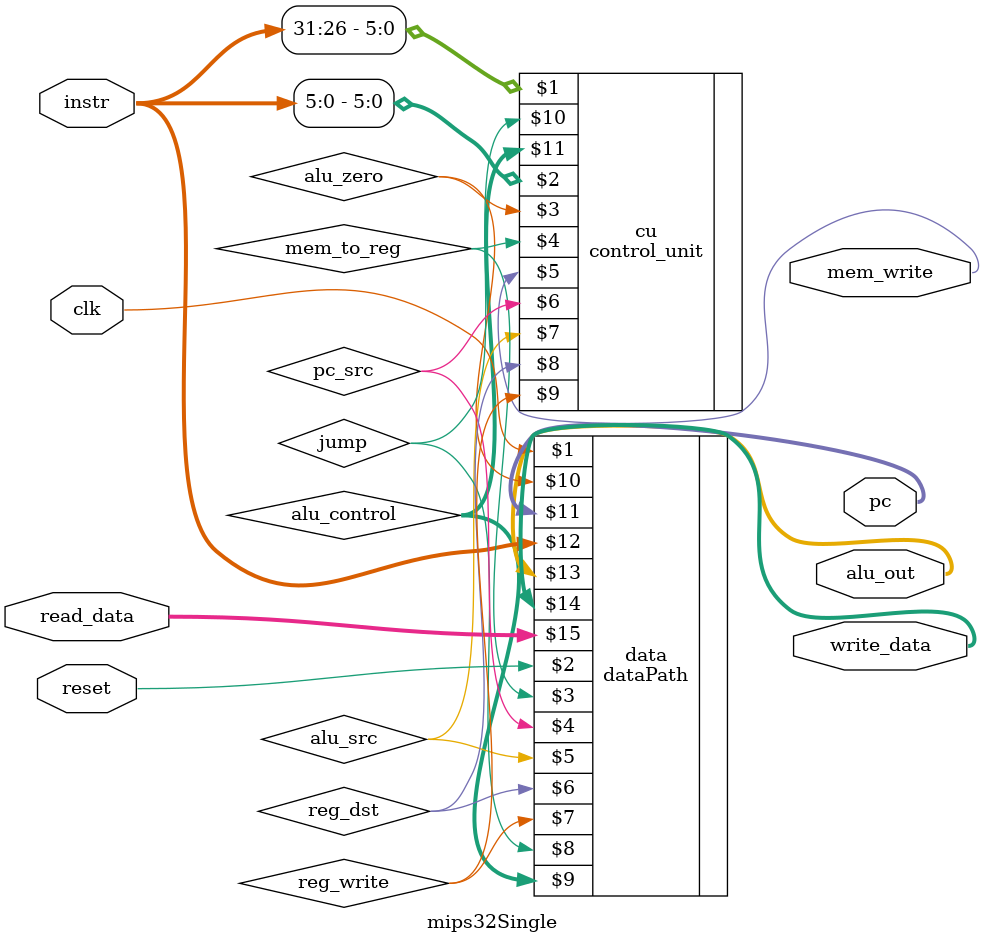
<source format=sv>
module mips32Single(
		input logic				clk, reset,
		output logic [31:0]	pc,
		input logic [31:0]	instr,
		output logic			mem_write,
		output logic [31:0] alu_out, write_data,
		input logic [31:0]	read_data

	);

	logic mem_to_reg, alu_src, reg_dst,
			reg_write, jump, pc_src, alu_zero;
		
	logic [2:0]	alu_control;
	
	control_unit cu(instr[31:26], instr[5:0], alu_zero, mem_to_reg,
						mem_write, pc_src, alu_src, reg_dst, reg_write, 
						jump, alu_control);
	
	dataPath 	 data(clk, reset, mem_to_reg, pc_src,
							alu_src, reg_dst, reg_write, jump,
							alu_control, alu_zero, pc, instr,
							alu_out, write_data, read_data);

	
endmodule

</source>
